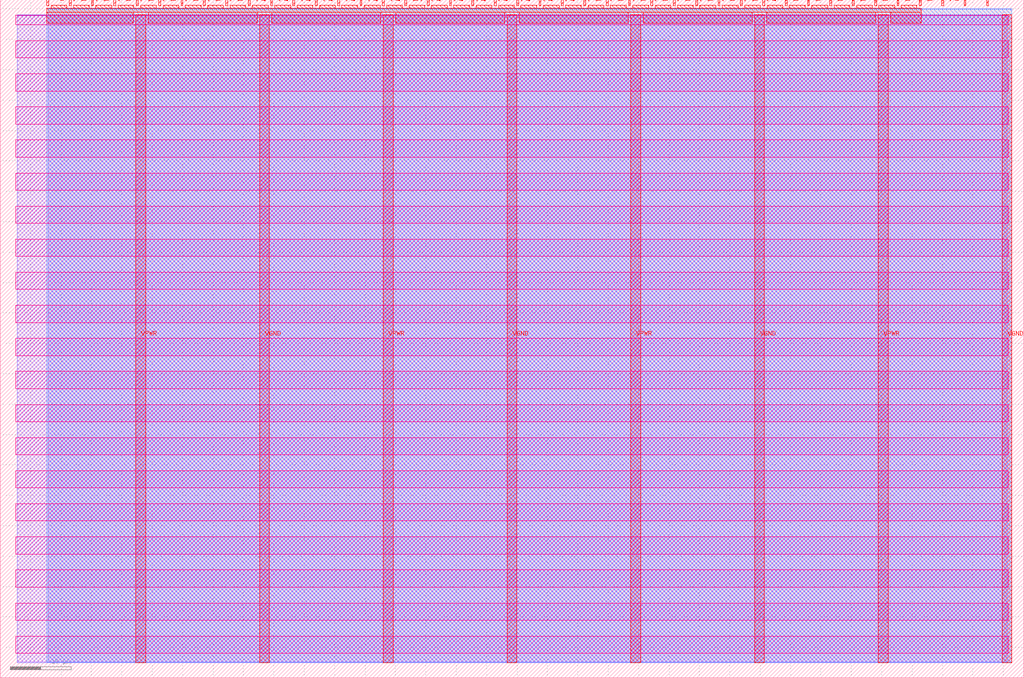
<source format=lef>
VERSION 5.7 ;
  NOWIREEXTENSIONATPIN ON ;
  DIVIDERCHAR "/" ;
  BUSBITCHARS "[]" ;
MACRO tt_um_wokwi_374815911155542017
  CLASS BLOCK ;
  FOREIGN tt_um_wokwi_374815911155542017 ;
  ORIGIN 0.000 0.000 ;
  SIZE 168.360 BY 111.520 ;
  PIN VGND
    DIRECTION INOUT ;
    USE GROUND ;
    PORT
      LAYER met4 ;
        RECT 42.670 2.480 44.270 109.040 ;
    END
    PORT
      LAYER met4 ;
        RECT 83.380 2.480 84.980 109.040 ;
    END
    PORT
      LAYER met4 ;
        RECT 124.090 2.480 125.690 109.040 ;
    END
    PORT
      LAYER met4 ;
        RECT 164.800 2.480 166.400 109.040 ;
    END
  END VGND
  PIN VPWR
    DIRECTION INOUT ;
    USE POWER ;
    PORT
      LAYER met4 ;
        RECT 22.315 2.480 23.915 109.040 ;
    END
    PORT
      LAYER met4 ;
        RECT 63.025 2.480 64.625 109.040 ;
    END
    PORT
      LAYER met4 ;
        RECT 103.735 2.480 105.335 109.040 ;
    END
    PORT
      LAYER met4 ;
        RECT 144.445 2.480 146.045 109.040 ;
    END
  END VPWR
  PIN clk
    DIRECTION INPUT ;
    USE SIGNAL ;
    PORT
      LAYER met4 ;
        RECT 158.550 110.520 158.850 111.520 ;
    END
  END clk
  PIN ena
    DIRECTION INPUT ;
    USE SIGNAL ;
    PORT
      LAYER met4 ;
        RECT 162.230 110.520 162.530 111.520 ;
    END
  END ena
  PIN rst_n
    DIRECTION INPUT ;
    USE SIGNAL ;
    PORT
      LAYER met4 ;
        RECT 154.870 110.520 155.170 111.520 ;
    END
  END rst_n
  PIN ui_in[0]
    DIRECTION INPUT ;
    USE SIGNAL ;
    ANTENNAGATEAREA 0.196500 ;
    PORT
      LAYER met4 ;
        RECT 151.190 110.520 151.490 111.520 ;
    END
  END ui_in[0]
  PIN ui_in[1]
    DIRECTION INPUT ;
    USE SIGNAL ;
    ANTENNAGATEAREA 0.196500 ;
    PORT
      LAYER met4 ;
        RECT 147.510 110.520 147.810 111.520 ;
    END
  END ui_in[1]
  PIN ui_in[2]
    DIRECTION INPUT ;
    USE SIGNAL ;
    ANTENNAGATEAREA 0.196500 ;
    PORT
      LAYER met4 ;
        RECT 143.830 110.520 144.130 111.520 ;
    END
  END ui_in[2]
  PIN ui_in[3]
    DIRECTION INPUT ;
    USE SIGNAL ;
    ANTENNAGATEAREA 0.213000 ;
    PORT
      LAYER met4 ;
        RECT 140.150 110.520 140.450 111.520 ;
    END
  END ui_in[3]
  PIN ui_in[4]
    DIRECTION INPUT ;
    USE SIGNAL ;
    ANTENNAGATEAREA 0.213000 ;
    PORT
      LAYER met4 ;
        RECT 136.470 110.520 136.770 111.520 ;
    END
  END ui_in[4]
  PIN ui_in[5]
    DIRECTION INPUT ;
    USE SIGNAL ;
    ANTENNAGATEAREA 0.213000 ;
    PORT
      LAYER met4 ;
        RECT 132.790 110.520 133.090 111.520 ;
    END
  END ui_in[5]
  PIN ui_in[6]
    DIRECTION INPUT ;
    USE SIGNAL ;
    PORT
      LAYER met4 ;
        RECT 129.110 110.520 129.410 111.520 ;
    END
  END ui_in[6]
  PIN ui_in[7]
    DIRECTION INPUT ;
    USE SIGNAL ;
    PORT
      LAYER met4 ;
        RECT 125.430 110.520 125.730 111.520 ;
    END
  END ui_in[7]
  PIN uio_in[0]
    DIRECTION INPUT ;
    USE SIGNAL ;
    PORT
      LAYER met4 ;
        RECT 121.750 110.520 122.050 111.520 ;
    END
  END uio_in[0]
  PIN uio_in[1]
    DIRECTION INPUT ;
    USE SIGNAL ;
    PORT
      LAYER met4 ;
        RECT 118.070 110.520 118.370 111.520 ;
    END
  END uio_in[1]
  PIN uio_in[2]
    DIRECTION INPUT ;
    USE SIGNAL ;
    PORT
      LAYER met4 ;
        RECT 114.390 110.520 114.690 111.520 ;
    END
  END uio_in[2]
  PIN uio_in[3]
    DIRECTION INPUT ;
    USE SIGNAL ;
    PORT
      LAYER met4 ;
        RECT 110.710 110.520 111.010 111.520 ;
    END
  END uio_in[3]
  PIN uio_in[4]
    DIRECTION INPUT ;
    USE SIGNAL ;
    PORT
      LAYER met4 ;
        RECT 107.030 110.520 107.330 111.520 ;
    END
  END uio_in[4]
  PIN uio_in[5]
    DIRECTION INPUT ;
    USE SIGNAL ;
    PORT
      LAYER met4 ;
        RECT 103.350 110.520 103.650 111.520 ;
    END
  END uio_in[5]
  PIN uio_in[6]
    DIRECTION INPUT ;
    USE SIGNAL ;
    PORT
      LAYER met4 ;
        RECT 99.670 110.520 99.970 111.520 ;
    END
  END uio_in[6]
  PIN uio_in[7]
    DIRECTION INPUT ;
    USE SIGNAL ;
    PORT
      LAYER met4 ;
        RECT 95.990 110.520 96.290 111.520 ;
    END
  END uio_in[7]
  PIN uio_oe[0]
    DIRECTION OUTPUT TRISTATE ;
    USE SIGNAL ;
    PORT
      LAYER met4 ;
        RECT 33.430 110.520 33.730 111.520 ;
    END
  END uio_oe[0]
  PIN uio_oe[1]
    DIRECTION OUTPUT TRISTATE ;
    USE SIGNAL ;
    PORT
      LAYER met4 ;
        RECT 29.750 110.520 30.050 111.520 ;
    END
  END uio_oe[1]
  PIN uio_oe[2]
    DIRECTION OUTPUT TRISTATE ;
    USE SIGNAL ;
    PORT
      LAYER met4 ;
        RECT 26.070 110.520 26.370 111.520 ;
    END
  END uio_oe[2]
  PIN uio_oe[3]
    DIRECTION OUTPUT TRISTATE ;
    USE SIGNAL ;
    PORT
      LAYER met4 ;
        RECT 22.390 110.520 22.690 111.520 ;
    END
  END uio_oe[3]
  PIN uio_oe[4]
    DIRECTION OUTPUT TRISTATE ;
    USE SIGNAL ;
    PORT
      LAYER met4 ;
        RECT 18.710 110.520 19.010 111.520 ;
    END
  END uio_oe[4]
  PIN uio_oe[5]
    DIRECTION OUTPUT TRISTATE ;
    USE SIGNAL ;
    PORT
      LAYER met4 ;
        RECT 15.030 110.520 15.330 111.520 ;
    END
  END uio_oe[5]
  PIN uio_oe[6]
    DIRECTION OUTPUT TRISTATE ;
    USE SIGNAL ;
    PORT
      LAYER met4 ;
        RECT 11.350 110.520 11.650 111.520 ;
    END
  END uio_oe[6]
  PIN uio_oe[7]
    DIRECTION OUTPUT TRISTATE ;
    USE SIGNAL ;
    PORT
      LAYER met4 ;
        RECT 7.670 110.520 7.970 111.520 ;
    END
  END uio_oe[7]
  PIN uio_out[0]
    DIRECTION OUTPUT TRISTATE ;
    USE SIGNAL ;
    PORT
      LAYER met4 ;
        RECT 62.870 110.520 63.170 111.520 ;
    END
  END uio_out[0]
  PIN uio_out[1]
    DIRECTION OUTPUT TRISTATE ;
    USE SIGNAL ;
    PORT
      LAYER met4 ;
        RECT 59.190 110.520 59.490 111.520 ;
    END
  END uio_out[1]
  PIN uio_out[2]
    DIRECTION OUTPUT TRISTATE ;
    USE SIGNAL ;
    PORT
      LAYER met4 ;
        RECT 55.510 110.520 55.810 111.520 ;
    END
  END uio_out[2]
  PIN uio_out[3]
    DIRECTION OUTPUT TRISTATE ;
    USE SIGNAL ;
    PORT
      LAYER met4 ;
        RECT 51.830 110.520 52.130 111.520 ;
    END
  END uio_out[3]
  PIN uio_out[4]
    DIRECTION OUTPUT TRISTATE ;
    USE SIGNAL ;
    PORT
      LAYER met4 ;
        RECT 48.150 110.520 48.450 111.520 ;
    END
  END uio_out[4]
  PIN uio_out[5]
    DIRECTION OUTPUT TRISTATE ;
    USE SIGNAL ;
    PORT
      LAYER met4 ;
        RECT 44.470 110.520 44.770 111.520 ;
    END
  END uio_out[5]
  PIN uio_out[6]
    DIRECTION OUTPUT TRISTATE ;
    USE SIGNAL ;
    PORT
      LAYER met4 ;
        RECT 40.790 110.520 41.090 111.520 ;
    END
  END uio_out[6]
  PIN uio_out[7]
    DIRECTION OUTPUT TRISTATE ;
    USE SIGNAL ;
    PORT
      LAYER met4 ;
        RECT 37.110 110.520 37.410 111.520 ;
    END
  END uio_out[7]
  PIN uo_out[0]
    DIRECTION OUTPUT TRISTATE ;
    USE SIGNAL ;
    ANTENNADIFFAREA 0.795200 ;
    PORT
      LAYER met4 ;
        RECT 92.310 110.520 92.610 111.520 ;
    END
  END uo_out[0]
  PIN uo_out[1]
    DIRECTION OUTPUT TRISTATE ;
    USE SIGNAL ;
    ANTENNADIFFAREA 0.795200 ;
    PORT
      LAYER met4 ;
        RECT 88.630 110.520 88.930 111.520 ;
    END
  END uo_out[1]
  PIN uo_out[2]
    DIRECTION OUTPUT TRISTATE ;
    USE SIGNAL ;
    ANTENNADIFFAREA 0.445500 ;
    PORT
      LAYER met4 ;
        RECT 84.950 110.520 85.250 111.520 ;
    END
  END uo_out[2]
  PIN uo_out[3]
    DIRECTION OUTPUT TRISTATE ;
    USE SIGNAL ;
    ANTENNADIFFAREA 0.795200 ;
    PORT
      LAYER met4 ;
        RECT 81.270 110.520 81.570 111.520 ;
    END
  END uo_out[3]
  PIN uo_out[4]
    DIRECTION OUTPUT TRISTATE ;
    USE SIGNAL ;
    ANTENNADIFFAREA 0.445500 ;
    PORT
      LAYER met4 ;
        RECT 77.590 110.520 77.890 111.520 ;
    END
  END uo_out[4]
  PIN uo_out[5]
    DIRECTION OUTPUT TRISTATE ;
    USE SIGNAL ;
    ANTENNADIFFAREA 0.445500 ;
    PORT
      LAYER met4 ;
        RECT 73.910 110.520 74.210 111.520 ;
    END
  END uo_out[5]
  PIN uo_out[6]
    DIRECTION OUTPUT TRISTATE ;
    USE SIGNAL ;
    ANTENNADIFFAREA 0.445500 ;
    PORT
      LAYER met4 ;
        RECT 70.230 110.520 70.530 111.520 ;
    END
  END uo_out[6]
  PIN uo_out[7]
    DIRECTION OUTPUT TRISTATE ;
    USE SIGNAL ;
    ANTENNADIFFAREA 0.445500 ;
    PORT
      LAYER met4 ;
        RECT 66.550 110.520 66.850 111.520 ;
    END
  END uo_out[7]
  OBS
      LAYER nwell ;
        RECT 2.570 107.385 165.790 108.990 ;
        RECT 2.570 101.945 165.790 104.775 ;
        RECT 2.570 96.505 165.790 99.335 ;
        RECT 2.570 91.065 165.790 93.895 ;
        RECT 2.570 85.625 165.790 88.455 ;
        RECT 2.570 80.185 165.790 83.015 ;
        RECT 2.570 74.745 165.790 77.575 ;
        RECT 2.570 69.305 165.790 72.135 ;
        RECT 2.570 63.865 165.790 66.695 ;
        RECT 2.570 58.425 165.790 61.255 ;
        RECT 2.570 52.985 165.790 55.815 ;
        RECT 2.570 47.545 165.790 50.375 ;
        RECT 2.570 42.105 165.790 44.935 ;
        RECT 2.570 36.665 165.790 39.495 ;
        RECT 2.570 31.225 165.790 34.055 ;
        RECT 2.570 25.785 165.790 28.615 ;
        RECT 2.570 20.345 165.790 23.175 ;
        RECT 2.570 14.905 165.790 17.735 ;
        RECT 2.570 9.465 165.790 12.295 ;
        RECT 2.570 4.025 165.790 6.855 ;
      LAYER li1 ;
        RECT 2.760 2.635 165.600 108.885 ;
      LAYER met1 ;
        RECT 2.760 2.480 166.400 109.040 ;
      LAYER met2 ;
        RECT 7.910 2.535 166.370 110.005 ;
      LAYER met3 ;
        RECT 7.630 2.555 166.390 109.985 ;
      LAYER met4 ;
        RECT 8.370 110.120 10.950 110.650 ;
        RECT 12.050 110.120 14.630 110.650 ;
        RECT 15.730 110.120 18.310 110.650 ;
        RECT 19.410 110.120 21.990 110.650 ;
        RECT 23.090 110.120 25.670 110.650 ;
        RECT 26.770 110.120 29.350 110.650 ;
        RECT 30.450 110.120 33.030 110.650 ;
        RECT 34.130 110.120 36.710 110.650 ;
        RECT 37.810 110.120 40.390 110.650 ;
        RECT 41.490 110.120 44.070 110.650 ;
        RECT 45.170 110.120 47.750 110.650 ;
        RECT 48.850 110.120 51.430 110.650 ;
        RECT 52.530 110.120 55.110 110.650 ;
        RECT 56.210 110.120 58.790 110.650 ;
        RECT 59.890 110.120 62.470 110.650 ;
        RECT 63.570 110.120 66.150 110.650 ;
        RECT 67.250 110.120 69.830 110.650 ;
        RECT 70.930 110.120 73.510 110.650 ;
        RECT 74.610 110.120 77.190 110.650 ;
        RECT 78.290 110.120 80.870 110.650 ;
        RECT 81.970 110.120 84.550 110.650 ;
        RECT 85.650 110.120 88.230 110.650 ;
        RECT 89.330 110.120 91.910 110.650 ;
        RECT 93.010 110.120 95.590 110.650 ;
        RECT 96.690 110.120 99.270 110.650 ;
        RECT 100.370 110.120 102.950 110.650 ;
        RECT 104.050 110.120 106.630 110.650 ;
        RECT 107.730 110.120 110.310 110.650 ;
        RECT 111.410 110.120 113.990 110.650 ;
        RECT 115.090 110.120 117.670 110.650 ;
        RECT 118.770 110.120 121.350 110.650 ;
        RECT 122.450 110.120 125.030 110.650 ;
        RECT 126.130 110.120 128.710 110.650 ;
        RECT 129.810 110.120 132.390 110.650 ;
        RECT 133.490 110.120 136.070 110.650 ;
        RECT 137.170 110.120 139.750 110.650 ;
        RECT 140.850 110.120 143.430 110.650 ;
        RECT 144.530 110.120 147.110 110.650 ;
        RECT 148.210 110.120 150.790 110.650 ;
        RECT 7.655 109.440 151.505 110.120 ;
        RECT 7.655 107.615 21.915 109.440 ;
        RECT 24.315 107.615 42.270 109.440 ;
        RECT 44.670 107.615 62.625 109.440 ;
        RECT 65.025 107.615 82.980 109.440 ;
        RECT 85.380 107.615 103.335 109.440 ;
        RECT 105.735 107.615 123.690 109.440 ;
        RECT 126.090 107.615 144.045 109.440 ;
        RECT 146.445 107.615 151.505 109.440 ;
  END
END tt_um_wokwi_374815911155542017
END LIBRARY


</source>
